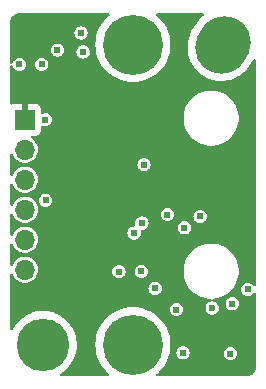
<source format=gbr>
%TF.GenerationSoftware,KiCad,Pcbnew,8.0.4-8.0.4-0~ubuntu22.04.1*%
%TF.CreationDate,2024-08-25T23:22:22-07:00*%
%TF.ProjectId,mag-encoder,6d61672d-656e-4636-9f64-65722e6b6963,1*%
%TF.SameCoordinates,Original*%
%TF.FileFunction,Copper,L3,Inr*%
%TF.FilePolarity,Positive*%
%FSLAX46Y46*%
G04 Gerber Fmt 4.6, Leading zero omitted, Abs format (unit mm)*
G04 Created by KiCad (PCBNEW 8.0.4-8.0.4-0~ubuntu22.04.1) date 2024-08-25 23:22:22*
%MOMM*%
%LPD*%
G01*
G04 APERTURE LIST*
G04 Aperture macros list*
%AMHorizOval*
0 Thick line with rounded ends*
0 $1 width*
0 $2 $3 position (X,Y) of the first rounded end (center of the circle)*
0 $4 $5 position (X,Y) of the second rounded end (center of the circle)*
0 Add line between two ends*
20,1,$1,$2,$3,$4,$5,0*
0 Add two circle primitives to create the rounded ends*
1,1,$1,$2,$3*
1,1,$1,$4,$5*%
G04 Aperture macros list end*
%TA.AperFunction,ComponentPad*%
%ADD10HorizOval,4.445000X0.130820X0.217720X-0.130820X-0.217720X0*%
%TD*%
%TA.AperFunction,ComponentPad*%
%ADD11C,5.080000*%
%TD*%
%TA.AperFunction,ComponentPad*%
%ADD12C,4.445000*%
%TD*%
%TA.AperFunction,ComponentPad*%
%ADD13R,1.700000X1.700000*%
%TD*%
%TA.AperFunction,ComponentPad*%
%ADD14O,1.700000X1.700000*%
%TD*%
%TA.AperFunction,ViaPad*%
%ADD15C,0.609600*%
%TD*%
%TA.AperFunction,ViaPad*%
%ADD16C,0.600000*%
%TD*%
G04 APERTURE END LIST*
D10*
%TO.N,*%
%TO.C,H2*%
X238175800Y-110871000D03*
%TD*%
D11*
%TO.N,*%
%TO.C,H1*%
X230555800Y-110871000D03*
%TD*%
D12*
%TO.N,*%
%TO.C,H3*%
X222935800Y-136271000D03*
%TD*%
D13*
%TO.N,GND*%
%TO.C,J1*%
X221411800Y-117221000D03*
D14*
%TO.N,+3.3V*%
X221411800Y-119761000D03*
%TO.N,/CS*%
X221411800Y-122301000D03*
%TO.N,/MOSI*%
X221411800Y-124841000D03*
%TO.N,/MISO*%
X221411800Y-127381000D03*
%TO.N,/SCLK*%
X221411800Y-129921000D03*
%TD*%
D11*
%TO.N,*%
%TO.C,H4*%
X230555800Y-136271000D03*
%TD*%
D15*
%TO.N,+3.3V*%
X222834200Y-112547400D03*
X233464100Y-125260100D03*
X231317800Y-125984000D03*
X226339400Y-111480600D03*
X238960249Y-132807588D03*
%TO.N,GND*%
X226491800Y-117094000D03*
X232003600Y-122097800D03*
X225552000Y-115138200D03*
X235661200Y-136982200D03*
X233984800Y-121793000D03*
%TO.N,+5V*%
X224155000Y-111328200D03*
D16*
%TO.N,Net-(D4-A)*%
X237261400Y-133172200D03*
D15*
%TO.N,Net-(D2-A)*%
X234238376Y-133298776D03*
%TO.N,Net-(D3-A)*%
X232435400Y-131495800D03*
%TO.N,+5V_IN*%
X223139000Y-117221000D03*
X226161600Y-109880400D03*
%TO.N,Net-(D5-K)*%
X238810800Y-137033000D03*
%TO.N,/A*%
X223157754Y-124046954D03*
%TO.N,/B*%
X236245400Y-125412501D03*
%TO.N,/PWM*%
X234911727Y-126377562D03*
%TO.N,Net-(Q1-D)*%
X240284000Y-131597400D03*
%TO.N,Net-(Q1-G)*%
X220929200Y-112547400D03*
%TO.N,Net-(D2-K)*%
X229368646Y-130086100D03*
X231267000Y-130073400D03*
X234797600Y-136956800D03*
%TO.N,/MISO*%
X231495600Y-121031000D03*
X230657400Y-126822200D03*
%TD*%
%TA.AperFunction,Conductor*%
%TO.N,GND*%
G36*
X228516269Y-108224185D02*
G01*
X228562024Y-108276989D01*
X228571968Y-108346147D01*
X228542943Y-108409703D01*
X228531857Y-108420959D01*
X228306848Y-108622039D01*
X228069178Y-108887992D01*
X227862795Y-109178860D01*
X227862792Y-109178865D01*
X227690264Y-109491032D01*
X227553773Y-109820551D01*
X227455039Y-110163265D01*
X227455037Y-110163274D01*
X227395295Y-110514889D01*
X227395293Y-110514901D01*
X227375296Y-110871000D01*
X227395293Y-111227098D01*
X227395295Y-111227110D01*
X227455037Y-111578725D01*
X227455039Y-111578734D01*
X227541687Y-111879496D01*
X227553775Y-111921454D01*
X227587344Y-112002496D01*
X227690264Y-112250967D01*
X227862792Y-112563134D01*
X227862795Y-112563139D01*
X228069178Y-112854007D01*
X228069182Y-112854012D01*
X228306844Y-113119956D01*
X228572788Y-113357618D01*
X228572791Y-113357620D01*
X228572792Y-113357621D01*
X228863660Y-113564004D01*
X228863665Y-113564007D01*
X228863668Y-113564008D01*
X228863670Y-113564010D01*
X229175831Y-113736535D01*
X229505346Y-113873025D01*
X229848071Y-113971762D01*
X230199697Y-114031506D01*
X230555800Y-114051504D01*
X230911903Y-114031506D01*
X231263529Y-113971762D01*
X231606254Y-113873025D01*
X231935769Y-113736535D01*
X232247930Y-113564010D01*
X232247935Y-113564006D01*
X232247939Y-113564004D01*
X232400387Y-113455836D01*
X232538812Y-113357618D01*
X232804756Y-113119956D01*
X233042418Y-112854012D01*
X233248810Y-112563130D01*
X233421335Y-112250969D01*
X233557825Y-111921454D01*
X233656562Y-111578729D01*
X233716306Y-111227103D01*
X233736304Y-110871000D01*
X233716306Y-110514897D01*
X233656562Y-110163271D01*
X233557825Y-109820546D01*
X233421335Y-109491031D01*
X233248810Y-109178870D01*
X233248808Y-109178868D01*
X233248807Y-109178865D01*
X233248804Y-109178860D01*
X233042421Y-108887992D01*
X233042420Y-108887991D01*
X233042418Y-108887988D01*
X232804756Y-108622044D01*
X232804753Y-108622041D01*
X232804751Y-108622039D01*
X232579743Y-108420959D01*
X232542872Y-108361610D01*
X232543941Y-108291749D01*
X232582611Y-108233555D01*
X232646603Y-108205506D01*
X232662370Y-108204500D01*
X236438451Y-108204500D01*
X236505490Y-108224185D01*
X236551245Y-108276989D01*
X236561189Y-108346147D01*
X236532164Y-108409703D01*
X236517681Y-108423886D01*
X236357020Y-108557335D01*
X236357003Y-108557351D01*
X236134606Y-108788799D01*
X235939504Y-109043720D01*
X235939501Y-109043724D01*
X235512532Y-109754316D01*
X235379050Y-110046246D01*
X235279093Y-110351297D01*
X235213921Y-110665598D01*
X235213920Y-110665609D01*
X235197818Y-110839653D01*
X235184347Y-110985252D01*
X235184346Y-110985264D01*
X235190749Y-111306177D01*
X235190749Y-111306182D01*
X235233043Y-111624382D01*
X235233044Y-111624387D01*
X235233045Y-111624392D01*
X235307110Y-111921454D01*
X235310704Y-111935869D01*
X235422741Y-112236666D01*
X235422748Y-112236684D01*
X235567765Y-112523061D01*
X235567770Y-112523070D01*
X235743934Y-112791397D01*
X235949042Y-113038327D01*
X235949051Y-113038336D01*
X236180499Y-113260733D01*
X236435419Y-113455836D01*
X236710573Y-113621166D01*
X236841481Y-113681022D01*
X237002506Y-113754649D01*
X237079768Y-113779965D01*
X237307551Y-113854605D01*
X237396385Y-113873025D01*
X237621858Y-113919778D01*
X237621860Y-113919778D01*
X237621869Y-113919780D01*
X237941508Y-113949353D01*
X237941520Y-113949352D01*
X237941524Y-113949353D01*
X238139008Y-113945412D01*
X238262447Y-113942950D01*
X238580652Y-113900655D01*
X238892121Y-113822998D01*
X239192936Y-113710955D01*
X239479316Y-113565938D01*
X239482258Y-113564007D01*
X239522421Y-113537637D01*
X239747657Y-113389766D01*
X239994587Y-113184658D01*
X240137482Y-113035947D01*
X240216993Y-112953200D01*
X240216995Y-112953196D01*
X240216999Y-112953193D01*
X240412096Y-112698281D01*
X240739011Y-112154205D01*
X240790412Y-112106880D01*
X240859240Y-112094857D01*
X240923641Y-112121953D01*
X240963170Y-112179566D01*
X240969300Y-112218071D01*
X240969300Y-131206458D01*
X240949615Y-131273497D01*
X240896811Y-131319252D01*
X240827653Y-131329196D01*
X240764097Y-131300171D01*
X240746925Y-131281945D01*
X240712630Y-131237251D01*
X240682897Y-131198503D01*
X240566063Y-131108853D01*
X240566059Y-131108851D01*
X240430007Y-131052496D01*
X240430005Y-131052495D01*
X240284001Y-131033274D01*
X240283999Y-131033274D01*
X240137994Y-131052495D01*
X240137992Y-131052496D01*
X240001940Y-131108851D01*
X240001937Y-131108852D01*
X240001937Y-131108853D01*
X239885103Y-131198503D01*
X239807091Y-131300171D01*
X239795451Y-131315340D01*
X239739096Y-131451392D01*
X239739095Y-131451394D01*
X239719874Y-131597398D01*
X239719874Y-131597401D01*
X239739095Y-131743405D01*
X239739096Y-131743407D01*
X239792217Y-131871652D01*
X239795453Y-131879463D01*
X239885103Y-131996297D01*
X240001937Y-132085947D01*
X240137993Y-132142304D01*
X240197491Y-132150137D01*
X240283999Y-132161526D01*
X240284000Y-132161526D01*
X240284001Y-132161526D01*
X240332669Y-132155118D01*
X240430007Y-132142304D01*
X240566063Y-132085947D01*
X240682897Y-131996297D01*
X240746924Y-131912854D01*
X240803352Y-131871652D01*
X240873098Y-131867497D01*
X240934018Y-131901709D01*
X240966771Y-131963427D01*
X240969300Y-131988341D01*
X240969300Y-138169907D01*
X240968703Y-138182061D01*
X240955865Y-138312404D01*
X240951122Y-138336246D01*
X240914876Y-138455730D01*
X240905575Y-138478186D01*
X240846722Y-138588294D01*
X240833216Y-138608507D01*
X240754009Y-138705021D01*
X240736821Y-138722209D01*
X240640307Y-138801416D01*
X240620094Y-138814922D01*
X240509986Y-138873775D01*
X240487530Y-138883076D01*
X240368046Y-138919322D01*
X240344204Y-138924065D01*
X240213861Y-138936903D01*
X240201707Y-138937500D01*
X232662370Y-138937500D01*
X232595331Y-138917815D01*
X232549576Y-138865011D01*
X232539632Y-138795853D01*
X232568657Y-138732297D01*
X232579743Y-138721041D01*
X232765527Y-138555013D01*
X232804756Y-138519956D01*
X233042418Y-138254012D01*
X233248810Y-137963130D01*
X233421335Y-137650969D01*
X233557825Y-137321454D01*
X233656562Y-136978729D01*
X233660288Y-136956798D01*
X234233474Y-136956798D01*
X234233474Y-136956801D01*
X234252695Y-137102805D01*
X234252696Y-137102807D01*
X234284258Y-137179005D01*
X234309053Y-137238863D01*
X234398703Y-137355697D01*
X234515537Y-137445347D01*
X234651593Y-137501704D01*
X234724596Y-137511315D01*
X234797599Y-137520926D01*
X234797600Y-137520926D01*
X234797601Y-137520926D01*
X234846269Y-137514518D01*
X234943607Y-137501704D01*
X235079663Y-137445347D01*
X235196497Y-137355697D01*
X235286147Y-137238863D01*
X235342504Y-137102807D01*
X235351694Y-137032998D01*
X238246674Y-137032998D01*
X238246674Y-137033001D01*
X238265895Y-137179005D01*
X238265896Y-137179007D01*
X238290689Y-137238863D01*
X238322253Y-137315063D01*
X238411903Y-137431897D01*
X238528737Y-137521547D01*
X238664793Y-137577904D01*
X238737796Y-137587515D01*
X238810799Y-137597126D01*
X238810800Y-137597126D01*
X238810801Y-137597126D01*
X238859469Y-137590718D01*
X238956807Y-137577904D01*
X239092863Y-137521547D01*
X239209697Y-137431897D01*
X239299347Y-137315063D01*
X239355704Y-137179007D01*
X239374926Y-137033000D01*
X239355704Y-136886993D01*
X239299347Y-136750937D01*
X239209697Y-136634103D01*
X239092863Y-136544453D01*
X239092859Y-136544451D01*
X238956807Y-136488096D01*
X238956805Y-136488095D01*
X238810801Y-136468874D01*
X238810799Y-136468874D01*
X238664794Y-136488095D01*
X238664792Y-136488096D01*
X238528740Y-136544451D01*
X238411903Y-136634103D01*
X238322251Y-136750940D01*
X238265896Y-136886992D01*
X238265895Y-136886994D01*
X238246674Y-137032998D01*
X235351694Y-137032998D01*
X235361726Y-136956800D01*
X235342504Y-136810793D01*
X235286147Y-136674737D01*
X235196497Y-136557903D01*
X235079663Y-136468253D01*
X235079659Y-136468251D01*
X234943607Y-136411896D01*
X234943605Y-136411895D01*
X234797601Y-136392674D01*
X234797599Y-136392674D01*
X234651594Y-136411895D01*
X234651592Y-136411896D01*
X234515540Y-136468251D01*
X234515537Y-136468252D01*
X234515537Y-136468253D01*
X234489677Y-136488096D01*
X234398703Y-136557903D01*
X234309051Y-136674740D01*
X234252696Y-136810792D01*
X234252695Y-136810794D01*
X234233474Y-136956798D01*
X233660288Y-136956798D01*
X233716306Y-136627103D01*
X233736304Y-136271000D01*
X233716306Y-135914897D01*
X233656562Y-135563271D01*
X233557825Y-135220546D01*
X233421335Y-134891031D01*
X233248810Y-134578870D01*
X233248808Y-134578868D01*
X233248807Y-134578865D01*
X233248804Y-134578860D01*
X233042421Y-134287992D01*
X233042420Y-134287991D01*
X233042418Y-134287988D01*
X232804756Y-134022044D01*
X232538812Y-133784382D01*
X232538809Y-133784380D01*
X232538807Y-133784378D01*
X232247939Y-133577995D01*
X232247934Y-133577992D01*
X232006906Y-133444781D01*
X231935769Y-133405465D01*
X231678195Y-133298774D01*
X233674250Y-133298774D01*
X233674250Y-133298777D01*
X233693471Y-133444781D01*
X233693472Y-133444783D01*
X233748649Y-133577992D01*
X233749829Y-133580839D01*
X233839479Y-133697673D01*
X233956313Y-133787323D01*
X234092369Y-133843680D01*
X234165372Y-133853291D01*
X234238375Y-133862902D01*
X234238376Y-133862902D01*
X234238377Y-133862902D01*
X234287045Y-133856494D01*
X234384383Y-133843680D01*
X234520439Y-133787323D01*
X234637273Y-133697673D01*
X234726923Y-133580839D01*
X234783280Y-133444783D01*
X234796094Y-133347445D01*
X234802502Y-133298777D01*
X234802502Y-133298774D01*
X234783280Y-133152770D01*
X234783280Y-133152769D01*
X234726923Y-133016713D01*
X234637273Y-132899879D01*
X234520439Y-132810229D01*
X234520435Y-132810227D01*
X234384383Y-132753872D01*
X234384381Y-132753871D01*
X234238377Y-132734650D01*
X234238375Y-132734650D01*
X234092370Y-132753871D01*
X234092368Y-132753872D01*
X233956316Y-132810227D01*
X233839479Y-132899879D01*
X233749827Y-133016716D01*
X233693472Y-133152768D01*
X233693471Y-133152770D01*
X233674250Y-133298774D01*
X231678195Y-133298774D01*
X231606254Y-133268975D01*
X231606250Y-133268973D01*
X231606248Y-133268973D01*
X231263534Y-133170239D01*
X231263525Y-133170237D01*
X230911910Y-133110495D01*
X230911898Y-133110493D01*
X230555800Y-133090496D01*
X230199701Y-133110493D01*
X230199689Y-133110495D01*
X229848074Y-133170237D01*
X229848065Y-133170239D01*
X229505351Y-133268973D01*
X229175832Y-133405464D01*
X228863665Y-133577992D01*
X228863660Y-133577995D01*
X228572792Y-133784378D01*
X228306844Y-134022044D01*
X228069178Y-134287992D01*
X227862795Y-134578860D01*
X227862792Y-134578865D01*
X227690264Y-134891032D01*
X227553773Y-135220551D01*
X227455039Y-135563265D01*
X227455037Y-135563274D01*
X227395295Y-135914889D01*
X227395293Y-135914901D01*
X227375296Y-136271000D01*
X227395293Y-136627098D01*
X227395295Y-136627110D01*
X227455037Y-136978725D01*
X227455039Y-136978734D01*
X227551934Y-137315063D01*
X227553775Y-137321454D01*
X227636657Y-137521548D01*
X227690264Y-137650967D01*
X227862792Y-137963134D01*
X227862795Y-137963139D01*
X228069178Y-138254007D01*
X228069182Y-138254012D01*
X228259889Y-138467413D01*
X228306848Y-138519960D01*
X228531857Y-138721041D01*
X228568728Y-138780390D01*
X228567659Y-138850251D01*
X228528989Y-138908445D01*
X228464997Y-138936494D01*
X228449230Y-138937500D01*
X224496780Y-138937500D01*
X224429741Y-138917815D01*
X224383986Y-138865011D01*
X224374042Y-138795853D01*
X224403067Y-138732297D01*
X224428641Y-138709900D01*
X224645363Y-138567358D01*
X224645371Y-138567353D01*
X224900402Y-138353357D01*
X225128865Y-138111200D01*
X225327670Y-137844158D01*
X225494130Y-137555842D01*
X225625992Y-137250150D01*
X225721475Y-136931217D01*
X225779285Y-136603356D01*
X225798643Y-136271000D01*
X225779285Y-135938644D01*
X225775096Y-135914889D01*
X225721478Y-135610800D01*
X225721477Y-135610799D01*
X225721475Y-135610783D01*
X225625992Y-135291850D01*
X225494130Y-134986158D01*
X225327670Y-134697842D01*
X225239099Y-134578870D01*
X225128868Y-134430803D01*
X225128863Y-134430797D01*
X224994129Y-134287988D01*
X224900402Y-134188643D01*
X224645371Y-133974647D01*
X224645367Y-133974644D01*
X224645363Y-133974641D01*
X224367225Y-133791706D01*
X224069721Y-133642294D01*
X224069720Y-133642293D01*
X223756870Y-133528425D01*
X223578888Y-133486243D01*
X223432927Y-133451650D01*
X223102260Y-133413000D01*
X222769340Y-133413000D01*
X222438673Y-133451650D01*
X222114729Y-133528425D01*
X221801879Y-133642293D01*
X221801878Y-133642294D01*
X221504374Y-133791706D01*
X221226236Y-133974641D01*
X220971196Y-134188644D01*
X220971196Y-134188645D01*
X220742736Y-134430797D01*
X220742731Y-134430803D01*
X220543930Y-134697840D01*
X220377466Y-134986164D01*
X220377102Y-134986890D01*
X220376959Y-134987042D01*
X220375666Y-134989283D01*
X220375147Y-134988983D01*
X220329416Y-135037957D01*
X220261691Y-135055136D01*
X220195430Y-135032974D01*
X220151669Y-134978506D01*
X220142300Y-134931222D01*
X220142300Y-131495798D01*
X231871274Y-131495798D01*
X231871274Y-131495801D01*
X231890495Y-131641805D01*
X231890496Y-131641807D01*
X231932580Y-131743407D01*
X231946853Y-131777863D01*
X232036503Y-131894697D01*
X232153337Y-131984347D01*
X232289393Y-132040704D01*
X232362396Y-132050315D01*
X232435399Y-132059926D01*
X232435400Y-132059926D01*
X232435401Y-132059926D01*
X232484069Y-132053518D01*
X232581407Y-132040704D01*
X232717463Y-131984347D01*
X232834297Y-131894697D01*
X232923947Y-131777863D01*
X232980304Y-131641807D01*
X232999526Y-131495800D01*
X232980304Y-131349793D01*
X232923947Y-131213737D01*
X232834297Y-131096903D01*
X232717463Y-131007253D01*
X232717459Y-131007251D01*
X232581407Y-130950896D01*
X232581405Y-130950895D01*
X232435401Y-130931674D01*
X232435399Y-130931674D01*
X232289394Y-130950895D01*
X232289392Y-130950896D01*
X232153340Y-131007251D01*
X232153337Y-131007252D01*
X232153337Y-131007253D01*
X232036503Y-131096903D01*
X231952439Y-131206458D01*
X231946851Y-131213740D01*
X231890496Y-131349792D01*
X231890495Y-131349794D01*
X231871274Y-131495798D01*
X220142300Y-131495798D01*
X220142300Y-130376628D01*
X220161985Y-130309589D01*
X220214789Y-130263834D01*
X220283947Y-130253890D01*
X220347503Y-130282915D01*
X220377300Y-130321356D01*
X220468712Y-130504935D01*
X220592069Y-130668287D01*
X220743337Y-130806185D01*
X220743339Y-130806187D01*
X220917369Y-130913942D01*
X220917375Y-130913945D01*
X220957810Y-130929609D01*
X221108244Y-130987888D01*
X221309453Y-131025500D01*
X221309456Y-131025500D01*
X221514144Y-131025500D01*
X221514147Y-131025500D01*
X221715356Y-130987888D01*
X221906227Y-130913944D01*
X222080262Y-130806186D01*
X222231532Y-130668285D01*
X222354888Y-130504935D01*
X222446128Y-130321701D01*
X222502145Y-130124821D01*
X222505733Y-130086098D01*
X228804520Y-130086098D01*
X228804520Y-130086101D01*
X228823741Y-130232105D01*
X228823742Y-130232107D01*
X228874836Y-130355459D01*
X228880099Y-130368163D01*
X228969749Y-130484997D01*
X229086583Y-130574647D01*
X229222639Y-130631004D01*
X229272179Y-130637526D01*
X229368645Y-130650226D01*
X229368646Y-130650226D01*
X229368647Y-130650226D01*
X229417315Y-130643818D01*
X229514653Y-130631004D01*
X229650709Y-130574647D01*
X229767543Y-130484997D01*
X229857193Y-130368163D01*
X229913550Y-130232107D01*
X229932772Y-130086100D01*
X229931100Y-130073398D01*
X230702874Y-130073398D01*
X230702874Y-130073401D01*
X230722095Y-130219405D01*
X230722096Y-130219407D01*
X230740498Y-130263834D01*
X230778453Y-130355463D01*
X230868103Y-130472297D01*
X230984937Y-130561947D01*
X231120993Y-130618304D01*
X231193996Y-130627915D01*
X231266999Y-130637526D01*
X231267000Y-130637526D01*
X231267001Y-130637526D01*
X231316548Y-130631003D01*
X231413007Y-130618304D01*
X231549063Y-130561947D01*
X231665897Y-130472297D01*
X231755547Y-130355463D01*
X231811904Y-130219407D01*
X231831126Y-130073400D01*
X231811904Y-129927393D01*
X231799699Y-129897929D01*
X234842300Y-129897929D01*
X234842300Y-130204070D01*
X234842301Y-130204086D01*
X234882260Y-130507607D01*
X234961502Y-130803340D01*
X235078654Y-131086173D01*
X235078662Y-131086189D01*
X235231731Y-131351310D01*
X235231742Y-131351326D01*
X235418109Y-131594204D01*
X235418115Y-131594211D01*
X235634588Y-131810684D01*
X235634595Y-131810690D01*
X235724222Y-131879463D01*
X235877482Y-131997064D01*
X235877489Y-131997068D01*
X236142610Y-132150137D01*
X236142626Y-132150145D01*
X236425459Y-132267297D01*
X236425461Y-132267297D01*
X236425467Y-132267300D01*
X236721189Y-132346539D01*
X237024723Y-132386500D01*
X237024730Y-132386500D01*
X237090888Y-132386500D01*
X237157927Y-132406185D01*
X237203682Y-132458989D01*
X237213626Y-132528147D01*
X237184601Y-132591703D01*
X237125823Y-132629477D01*
X237122981Y-132630275D01*
X237116645Y-132631972D01*
X236981761Y-132687843D01*
X236865926Y-132776726D01*
X236777043Y-132892561D01*
X236721172Y-133027445D01*
X236721171Y-133027447D01*
X236702115Y-133172198D01*
X236702115Y-133172201D01*
X236721171Y-133316952D01*
X236721173Y-133316957D01*
X236777042Y-133451838D01*
X236777045Y-133451844D01*
X236865925Y-133567673D01*
X236865926Y-133567674D01*
X236981755Y-133656554D01*
X236981761Y-133656557D01*
X237049201Y-133684491D01*
X237116646Y-133712428D01*
X237189023Y-133721956D01*
X237261399Y-133731485D01*
X237261400Y-133731485D01*
X237261401Y-133731485D01*
X237309651Y-133725132D01*
X237406154Y-133712428D01*
X237541043Y-133656555D01*
X237656874Y-133567674D01*
X237745755Y-133451843D01*
X237801628Y-133316954D01*
X237816171Y-133206485D01*
X237820685Y-133172201D01*
X237820685Y-133172198D01*
X237801628Y-133027447D01*
X237801628Y-133027446D01*
X237745755Y-132892558D01*
X237680554Y-132807586D01*
X238396123Y-132807586D01*
X238396123Y-132807589D01*
X238415344Y-132953593D01*
X238415345Y-132953595D01*
X238471702Y-133089651D01*
X238561352Y-133206485D01*
X238678186Y-133296135D01*
X238814242Y-133352492D01*
X238887245Y-133362103D01*
X238960248Y-133371714D01*
X238960249Y-133371714D01*
X238960250Y-133371714D01*
X239008918Y-133365306D01*
X239106256Y-133352492D01*
X239242312Y-133296135D01*
X239359146Y-133206485D01*
X239448796Y-133089651D01*
X239505153Y-132953595D01*
X239524375Y-132807588D01*
X239505153Y-132661581D01*
X239448796Y-132525525D01*
X239359146Y-132408691D01*
X239242312Y-132319041D01*
X239242308Y-132319039D01*
X239106256Y-132262684D01*
X239106254Y-132262683D01*
X238960250Y-132243462D01*
X238960248Y-132243462D01*
X238814243Y-132262683D01*
X238814241Y-132262684D01*
X238678189Y-132319039D01*
X238678186Y-132319040D01*
X238678186Y-132319041D01*
X238590272Y-132386500D01*
X238561352Y-132408691D01*
X238471700Y-132525528D01*
X238415345Y-132661580D01*
X238415344Y-132661582D01*
X238396123Y-132807586D01*
X237680554Y-132807586D01*
X237656874Y-132776726D01*
X237541043Y-132687845D01*
X237541040Y-132687844D01*
X237541038Y-132687842D01*
X237406157Y-132631973D01*
X237406154Y-132631972D01*
X237370054Y-132627219D01*
X237306158Y-132598951D01*
X237267688Y-132540626D01*
X237266858Y-132470761D01*
X237303932Y-132411538D01*
X237367138Y-132381760D01*
X237369984Y-132381351D01*
X237634411Y-132346539D01*
X237930133Y-132267300D01*
X238006441Y-132235692D01*
X238212973Y-132150145D01*
X238212976Y-132150143D01*
X238212982Y-132150141D01*
X238478118Y-131997064D01*
X238721006Y-131810689D01*
X238937489Y-131594206D01*
X239123864Y-131351318D01*
X239276941Y-131086182D01*
X239317656Y-130987888D01*
X239394097Y-130803340D01*
X239394096Y-130803340D01*
X239394100Y-130803333D01*
X239473339Y-130507611D01*
X239513300Y-130204077D01*
X239513300Y-129897923D01*
X239473339Y-129594389D01*
X239394100Y-129298667D01*
X239342344Y-129173715D01*
X239276945Y-129015826D01*
X239276937Y-129015810D01*
X239123868Y-128750689D01*
X239123864Y-128750682D01*
X238937489Y-128507794D01*
X238937484Y-128507788D01*
X238721011Y-128291315D01*
X238721004Y-128291309D01*
X238478126Y-128104942D01*
X238478124Y-128104940D01*
X238478118Y-128104936D01*
X238478113Y-128104933D01*
X238478110Y-128104931D01*
X238212989Y-127951862D01*
X238212973Y-127951854D01*
X237930140Y-127834702D01*
X237732350Y-127781704D01*
X237634411Y-127755461D01*
X237634410Y-127755460D01*
X237634407Y-127755460D01*
X237330886Y-127715501D01*
X237330883Y-127715500D01*
X237330877Y-127715500D01*
X237024723Y-127715500D01*
X237024717Y-127715500D01*
X237024713Y-127715501D01*
X236721192Y-127755460D01*
X236425459Y-127834702D01*
X236142626Y-127951854D01*
X236142610Y-127951862D01*
X235877489Y-128104931D01*
X235877473Y-128104942D01*
X235634595Y-128291309D01*
X235634588Y-128291315D01*
X235418115Y-128507788D01*
X235418109Y-128507795D01*
X235231742Y-128750673D01*
X235231731Y-128750689D01*
X235078662Y-129015810D01*
X235078654Y-129015826D01*
X234961502Y-129298659D01*
X234882260Y-129594392D01*
X234842301Y-129897913D01*
X234842300Y-129897929D01*
X231799699Y-129897929D01*
X231755547Y-129791337D01*
X231665897Y-129674503D01*
X231549063Y-129584853D01*
X231549059Y-129584851D01*
X231413007Y-129528496D01*
X231413005Y-129528495D01*
X231267001Y-129509274D01*
X231266999Y-129509274D01*
X231120994Y-129528495D01*
X231120992Y-129528496D01*
X230984940Y-129584851D01*
X230984937Y-129584852D01*
X230984937Y-129584853D01*
X230868103Y-129674503D01*
X230835354Y-129717183D01*
X230778451Y-129791340D01*
X230722096Y-129927392D01*
X230722095Y-129927394D01*
X230702874Y-130073398D01*
X229931100Y-130073398D01*
X229913550Y-129940093D01*
X229857193Y-129804037D01*
X229767543Y-129687203D01*
X229650709Y-129597553D01*
X229650705Y-129597551D01*
X229514653Y-129541196D01*
X229514651Y-129541195D01*
X229368647Y-129521974D01*
X229368645Y-129521974D01*
X229222640Y-129541195D01*
X229222638Y-129541196D01*
X229086586Y-129597551D01*
X228969749Y-129687203D01*
X228880097Y-129804040D01*
X228823742Y-129940092D01*
X228823741Y-129940094D01*
X228804520Y-130086098D01*
X222505733Y-130086098D01*
X222521032Y-129921000D01*
X222502145Y-129717179D01*
X222446128Y-129520299D01*
X222354888Y-129337065D01*
X222231532Y-129173715D01*
X222231530Y-129173712D01*
X222080262Y-129035814D01*
X222080260Y-129035812D01*
X221906230Y-128928057D01*
X221906224Y-128928054D01*
X221755793Y-128869777D01*
X221715356Y-128854112D01*
X221514147Y-128816500D01*
X221309453Y-128816500D01*
X221108244Y-128854112D01*
X221108241Y-128854112D01*
X221108241Y-128854113D01*
X220917375Y-128928054D01*
X220917369Y-128928057D01*
X220743339Y-129035812D01*
X220743337Y-129035814D01*
X220592069Y-129173712D01*
X220468712Y-129337064D01*
X220377300Y-129520643D01*
X220329797Y-129571880D01*
X220262134Y-129589301D01*
X220195794Y-129567375D01*
X220151839Y-129513064D01*
X220142300Y-129465371D01*
X220142300Y-127836628D01*
X220161985Y-127769589D01*
X220214789Y-127723834D01*
X220283947Y-127713890D01*
X220347503Y-127742915D01*
X220377300Y-127781356D01*
X220468712Y-127964935D01*
X220592069Y-128128287D01*
X220743337Y-128266185D01*
X220743339Y-128266187D01*
X220917369Y-128373942D01*
X220917375Y-128373945D01*
X220957810Y-128389609D01*
X221108244Y-128447888D01*
X221309453Y-128485500D01*
X221309456Y-128485500D01*
X221514144Y-128485500D01*
X221514147Y-128485500D01*
X221715356Y-128447888D01*
X221906227Y-128373944D01*
X222080262Y-128266186D01*
X222231532Y-128128285D01*
X222354888Y-127964935D01*
X222446128Y-127781701D01*
X222502145Y-127584821D01*
X222521032Y-127381000D01*
X222502145Y-127177179D01*
X222446128Y-126980299D01*
X222367403Y-126822198D01*
X230093274Y-126822198D01*
X230093274Y-126822201D01*
X230112495Y-126968205D01*
X230112496Y-126968207D01*
X230146086Y-127049301D01*
X230168853Y-127104263D01*
X230258503Y-127221097D01*
X230375337Y-127310747D01*
X230511393Y-127367104D01*
X230584396Y-127376715D01*
X230657399Y-127386326D01*
X230657400Y-127386326D01*
X230657401Y-127386326D01*
X230706069Y-127379918D01*
X230803407Y-127367104D01*
X230939463Y-127310747D01*
X231056297Y-127221097D01*
X231145947Y-127104263D01*
X231202304Y-126968207D01*
X231221526Y-126822200D01*
X231203883Y-126688190D01*
X231214648Y-126619159D01*
X231261028Y-126566903D01*
X231310637Y-126549069D01*
X231317800Y-126548126D01*
X231463807Y-126528904D01*
X231599863Y-126472547D01*
X231716697Y-126382897D01*
X231720792Y-126377560D01*
X234347601Y-126377560D01*
X234347601Y-126377563D01*
X234366822Y-126523567D01*
X234366823Y-126523569D01*
X234412447Y-126633715D01*
X234423180Y-126659625D01*
X234512830Y-126776459D01*
X234629664Y-126866109D01*
X234765720Y-126922466D01*
X234838723Y-126932077D01*
X234911726Y-126941688D01*
X234911727Y-126941688D01*
X234911728Y-126941688D01*
X234960396Y-126935280D01*
X235057734Y-126922466D01*
X235193790Y-126866109D01*
X235310624Y-126776459D01*
X235400274Y-126659625D01*
X235456631Y-126523569D01*
X235474471Y-126388057D01*
X235475853Y-126377563D01*
X235475853Y-126377560D01*
X235456631Y-126231556D01*
X235456631Y-126231555D01*
X235400274Y-126095499D01*
X235310624Y-125978665D01*
X235193790Y-125889015D01*
X235193786Y-125889013D01*
X235057734Y-125832658D01*
X235057732Y-125832657D01*
X234911728Y-125813436D01*
X234911726Y-125813436D01*
X234765721Y-125832657D01*
X234765719Y-125832658D01*
X234629667Y-125889013D01*
X234629664Y-125889014D01*
X234629664Y-125889015D01*
X234540538Y-125957404D01*
X234512830Y-125978665D01*
X234423178Y-126095502D01*
X234366823Y-126231554D01*
X234366822Y-126231556D01*
X234347601Y-126377560D01*
X231720792Y-126377560D01*
X231806347Y-126266063D01*
X231862704Y-126130007D01*
X231881926Y-125984000D01*
X231880955Y-125976627D01*
X231862704Y-125837994D01*
X231862704Y-125837993D01*
X231806347Y-125701937D01*
X231716697Y-125585103D01*
X231599863Y-125495453D01*
X231599859Y-125495451D01*
X231463807Y-125439096D01*
X231463805Y-125439095D01*
X231317801Y-125419874D01*
X231317799Y-125419874D01*
X231171794Y-125439095D01*
X231171792Y-125439096D01*
X231035740Y-125495451D01*
X231035737Y-125495452D01*
X231035737Y-125495453D01*
X230953565Y-125558506D01*
X230918903Y-125585103D01*
X230829251Y-125701940D01*
X230772896Y-125837992D01*
X230772895Y-125837994D01*
X230753674Y-125983998D01*
X230753674Y-125984001D01*
X230771316Y-126118006D01*
X230760550Y-126187041D01*
X230714170Y-126239297D01*
X230664563Y-126257130D01*
X230529496Y-126274912D01*
X230511393Y-126277296D01*
X230511392Y-126277296D01*
X230375340Y-126333651D01*
X230375337Y-126333652D01*
X230375337Y-126333653D01*
X230258503Y-126423303D01*
X230177473Y-126528904D01*
X230168851Y-126540140D01*
X230112496Y-126676192D01*
X230112495Y-126676194D01*
X230093274Y-126822198D01*
X222367403Y-126822198D01*
X222354888Y-126797065D01*
X222231532Y-126633715D01*
X222231530Y-126633712D01*
X222080262Y-126495814D01*
X222080260Y-126495812D01*
X221906230Y-126388057D01*
X221906224Y-126388054D01*
X221755793Y-126329777D01*
X221715356Y-126314112D01*
X221514147Y-126276500D01*
X221309453Y-126276500D01*
X221108244Y-126314112D01*
X221108241Y-126314112D01*
X221108241Y-126314113D01*
X220917375Y-126388054D01*
X220917369Y-126388057D01*
X220743339Y-126495812D01*
X220743337Y-126495814D01*
X220592069Y-126633712D01*
X220468712Y-126797064D01*
X220377300Y-126980643D01*
X220329797Y-127031880D01*
X220262134Y-127049301D01*
X220195794Y-127027375D01*
X220151839Y-126973064D01*
X220142300Y-126925371D01*
X220142300Y-125296628D01*
X220161985Y-125229589D01*
X220214789Y-125183834D01*
X220283947Y-125173890D01*
X220347503Y-125202915D01*
X220377300Y-125241356D01*
X220468712Y-125424935D01*
X220592069Y-125588287D01*
X220743337Y-125726185D01*
X220743339Y-125726187D01*
X220917369Y-125833942D01*
X220917375Y-125833945D01*
X220927827Y-125837994D01*
X221108244Y-125907888D01*
X221309453Y-125945500D01*
X221309456Y-125945500D01*
X221514144Y-125945500D01*
X221514147Y-125945500D01*
X221715356Y-125907888D01*
X221906227Y-125833944D01*
X222080262Y-125726186D01*
X222231532Y-125588285D01*
X222354888Y-125424935D01*
X222436967Y-125260098D01*
X232899974Y-125260098D01*
X232899974Y-125260101D01*
X232919195Y-125406105D01*
X232919196Y-125406107D01*
X232975553Y-125542163D01*
X233065203Y-125658997D01*
X233182037Y-125748647D01*
X233318093Y-125805004D01*
X233366653Y-125811397D01*
X233464099Y-125824226D01*
X233464100Y-125824226D01*
X233464101Y-125824226D01*
X233512769Y-125817818D01*
X233610107Y-125805004D01*
X233746163Y-125748647D01*
X233862997Y-125658997D01*
X233952647Y-125542163D01*
X234006356Y-125412499D01*
X235681274Y-125412499D01*
X235681274Y-125412502D01*
X235700495Y-125558506D01*
X235700496Y-125558508D01*
X235756853Y-125694564D01*
X235846503Y-125811398D01*
X235963337Y-125901048D01*
X236099393Y-125957405D01*
X236172396Y-125967016D01*
X236245399Y-125976627D01*
X236245400Y-125976627D01*
X236245401Y-125976627D01*
X236294069Y-125970219D01*
X236391407Y-125957405D01*
X236527463Y-125901048D01*
X236644297Y-125811398D01*
X236733947Y-125694564D01*
X236790304Y-125558508D01*
X236809526Y-125412501D01*
X236790304Y-125266494D01*
X236733947Y-125130438D01*
X236644297Y-125013604D01*
X236527463Y-124923954D01*
X236527459Y-124923952D01*
X236391407Y-124867597D01*
X236391405Y-124867596D01*
X236245401Y-124848375D01*
X236245399Y-124848375D01*
X236099394Y-124867596D01*
X236099392Y-124867597D01*
X235963340Y-124923952D01*
X235846503Y-125013604D01*
X235756851Y-125130441D01*
X235700496Y-125266493D01*
X235700495Y-125266495D01*
X235681274Y-125412499D01*
X234006356Y-125412499D01*
X234009004Y-125406107D01*
X234028226Y-125260100D01*
X234025758Y-125241356D01*
X234009004Y-125114094D01*
X234009004Y-125114093D01*
X233952647Y-124978037D01*
X233862997Y-124861203D01*
X233746163Y-124771553D01*
X233746159Y-124771551D01*
X233610107Y-124715196D01*
X233610105Y-124715195D01*
X233464101Y-124695974D01*
X233464099Y-124695974D01*
X233318094Y-124715195D01*
X233318092Y-124715196D01*
X233182040Y-124771551D01*
X233182037Y-124771552D01*
X233182037Y-124771553D01*
X233065203Y-124861203D01*
X233017053Y-124923954D01*
X232975551Y-124978040D01*
X232919196Y-125114092D01*
X232919195Y-125114094D01*
X232899974Y-125260098D01*
X222436967Y-125260098D01*
X222446128Y-125241701D01*
X222502145Y-125044821D01*
X222521032Y-124841000D01*
X222502145Y-124637179D01*
X222446128Y-124440299D01*
X222354888Y-124257065D01*
X222231532Y-124093715D01*
X222231530Y-124093712D01*
X222180236Y-124046952D01*
X222593628Y-124046952D01*
X222593628Y-124046955D01*
X222612849Y-124192959D01*
X222612850Y-124192961D01*
X222669207Y-124329017D01*
X222758857Y-124445851D01*
X222875691Y-124535501D01*
X223011747Y-124591858D01*
X223084750Y-124601469D01*
X223157753Y-124611080D01*
X223157754Y-124611080D01*
X223157755Y-124611080D01*
X223206423Y-124604672D01*
X223303761Y-124591858D01*
X223439817Y-124535501D01*
X223556651Y-124445851D01*
X223646301Y-124329017D01*
X223702658Y-124192961D01*
X223721880Y-124046954D01*
X223702658Y-123900947D01*
X223646301Y-123764891D01*
X223556651Y-123648057D01*
X223439817Y-123558407D01*
X223439813Y-123558405D01*
X223303761Y-123502050D01*
X223303759Y-123502049D01*
X223157755Y-123482828D01*
X223157753Y-123482828D01*
X223011748Y-123502049D01*
X223011746Y-123502050D01*
X222875694Y-123558405D01*
X222758857Y-123648057D01*
X222669205Y-123764894D01*
X222612850Y-123900946D01*
X222612849Y-123900948D01*
X222593628Y-124046952D01*
X222180236Y-124046952D01*
X222080262Y-123955814D01*
X222080260Y-123955812D01*
X221906230Y-123848057D01*
X221906224Y-123848054D01*
X221755793Y-123789777D01*
X221715356Y-123774112D01*
X221514147Y-123736500D01*
X221309453Y-123736500D01*
X221108244Y-123774112D01*
X221108241Y-123774112D01*
X221108241Y-123774113D01*
X220917375Y-123848054D01*
X220917369Y-123848057D01*
X220743339Y-123955812D01*
X220743337Y-123955814D01*
X220592069Y-124093712D01*
X220468712Y-124257064D01*
X220377300Y-124440643D01*
X220329797Y-124491880D01*
X220262134Y-124509301D01*
X220195794Y-124487375D01*
X220151839Y-124433064D01*
X220142300Y-124385371D01*
X220142300Y-122756628D01*
X220161985Y-122689589D01*
X220214789Y-122643834D01*
X220283947Y-122633890D01*
X220347503Y-122662915D01*
X220377300Y-122701356D01*
X220468712Y-122884935D01*
X220592069Y-123048287D01*
X220743337Y-123186185D01*
X220743339Y-123186187D01*
X220917369Y-123293942D01*
X220917375Y-123293945D01*
X220957810Y-123309609D01*
X221108244Y-123367888D01*
X221309453Y-123405500D01*
X221309456Y-123405500D01*
X221514144Y-123405500D01*
X221514147Y-123405500D01*
X221715356Y-123367888D01*
X221906227Y-123293944D01*
X222080262Y-123186186D01*
X222231532Y-123048285D01*
X222354888Y-122884935D01*
X222446128Y-122701701D01*
X222502145Y-122504821D01*
X222521032Y-122301000D01*
X222502145Y-122097179D01*
X222446128Y-121900299D01*
X222354888Y-121717065D01*
X222262804Y-121595126D01*
X222231530Y-121553712D01*
X222080262Y-121415814D01*
X222080260Y-121415812D01*
X221906230Y-121308057D01*
X221906224Y-121308054D01*
X221755793Y-121249777D01*
X221715356Y-121234112D01*
X221514147Y-121196500D01*
X221309453Y-121196500D01*
X221108244Y-121234112D01*
X221108241Y-121234112D01*
X221108241Y-121234113D01*
X220917375Y-121308054D01*
X220917369Y-121308057D01*
X220743339Y-121415812D01*
X220743337Y-121415814D01*
X220592069Y-121553712D01*
X220468712Y-121717064D01*
X220377300Y-121900643D01*
X220329797Y-121951880D01*
X220262134Y-121969301D01*
X220195794Y-121947375D01*
X220151839Y-121893064D01*
X220142300Y-121845371D01*
X220142300Y-121030998D01*
X230931474Y-121030998D01*
X230931474Y-121031001D01*
X230950695Y-121177005D01*
X230950696Y-121177007D01*
X231007053Y-121313063D01*
X231096703Y-121429897D01*
X231213537Y-121519547D01*
X231349593Y-121575904D01*
X231422596Y-121585515D01*
X231495599Y-121595126D01*
X231495600Y-121595126D01*
X231495601Y-121595126D01*
X231544269Y-121588718D01*
X231641607Y-121575904D01*
X231777663Y-121519547D01*
X231894497Y-121429897D01*
X231984147Y-121313063D01*
X232040504Y-121177007D01*
X232059726Y-121031000D01*
X232040504Y-120884993D01*
X231984147Y-120748937D01*
X231894497Y-120632103D01*
X231777663Y-120542453D01*
X231777659Y-120542451D01*
X231641607Y-120486096D01*
X231641605Y-120486095D01*
X231495601Y-120466874D01*
X231495599Y-120466874D01*
X231349594Y-120486095D01*
X231349592Y-120486096D01*
X231213540Y-120542451D01*
X231213537Y-120542452D01*
X231213537Y-120542453D01*
X231096703Y-120632103D01*
X231085898Y-120646185D01*
X231007051Y-120748940D01*
X230950696Y-120884992D01*
X230950695Y-120884994D01*
X230931474Y-121030998D01*
X220142300Y-121030998D01*
X220142300Y-120216628D01*
X220161985Y-120149589D01*
X220214789Y-120103834D01*
X220283947Y-120093890D01*
X220347503Y-120122915D01*
X220377300Y-120161356D01*
X220468712Y-120344935D01*
X220592069Y-120508287D01*
X220743337Y-120646185D01*
X220743339Y-120646187D01*
X220917369Y-120753942D01*
X220917375Y-120753945D01*
X220957810Y-120769609D01*
X221108244Y-120827888D01*
X221309453Y-120865500D01*
X221309456Y-120865500D01*
X221514144Y-120865500D01*
X221514147Y-120865500D01*
X221715356Y-120827888D01*
X221906227Y-120753944D01*
X222080262Y-120646186D01*
X222231532Y-120508285D01*
X222354888Y-120344935D01*
X222446128Y-120161701D01*
X222502145Y-119964821D01*
X222521032Y-119761000D01*
X222502145Y-119557179D01*
X222446128Y-119360299D01*
X222354888Y-119177065D01*
X222295704Y-119098693D01*
X222231530Y-119013712D01*
X222080262Y-118875814D01*
X222080260Y-118875812D01*
X221958508Y-118800427D01*
X221911872Y-118748399D01*
X221900768Y-118679418D01*
X221928721Y-118615383D01*
X221986856Y-118576627D01*
X222023785Y-118571000D01*
X222309628Y-118571000D01*
X222309644Y-118570999D01*
X222369172Y-118564598D01*
X222369179Y-118564596D01*
X222503886Y-118514354D01*
X222503893Y-118514350D01*
X222618987Y-118428190D01*
X222618990Y-118428187D01*
X222705150Y-118313093D01*
X222705154Y-118313086D01*
X222755396Y-118178379D01*
X222755398Y-118178372D01*
X222761799Y-118118844D01*
X222761800Y-118118827D01*
X222761800Y-117855719D01*
X222781485Y-117788680D01*
X222834289Y-117742925D01*
X222903447Y-117732981D01*
X222933247Y-117741156D01*
X222992993Y-117765904D01*
X223065996Y-117775515D01*
X223138999Y-117785126D01*
X223139000Y-117785126D01*
X223139001Y-117785126D01*
X223187669Y-117778718D01*
X223285007Y-117765904D01*
X223421063Y-117709547D01*
X223537897Y-117619897D01*
X223627547Y-117503063D01*
X223683904Y-117367007D01*
X223703126Y-117221000D01*
X223683904Y-117074993D01*
X223627547Y-116938937D01*
X223626774Y-116937929D01*
X234842300Y-116937929D01*
X234842300Y-117244070D01*
X234842301Y-117244086D01*
X234882260Y-117547607D01*
X234961502Y-117843340D01*
X235078654Y-118126173D01*
X235078662Y-118126189D01*
X235231731Y-118391310D01*
X235231742Y-118391326D01*
X235418109Y-118634204D01*
X235418115Y-118634211D01*
X235634588Y-118850684D01*
X235634594Y-118850689D01*
X235877482Y-119037064D01*
X235877489Y-119037068D01*
X236142610Y-119190137D01*
X236142626Y-119190145D01*
X236425459Y-119307297D01*
X236425461Y-119307297D01*
X236425467Y-119307300D01*
X236721189Y-119386539D01*
X237024723Y-119426500D01*
X237024730Y-119426500D01*
X237330870Y-119426500D01*
X237330877Y-119426500D01*
X237634411Y-119386539D01*
X237930133Y-119307300D01*
X238006441Y-119275692D01*
X238212973Y-119190145D01*
X238212976Y-119190143D01*
X238212982Y-119190141D01*
X238478118Y-119037064D01*
X238721006Y-118850689D01*
X238937489Y-118634206D01*
X239123864Y-118391318D01*
X239276941Y-118126182D01*
X239279981Y-118118844D01*
X239394097Y-117843340D01*
X239394096Y-117843340D01*
X239394100Y-117843333D01*
X239473339Y-117547611D01*
X239513300Y-117244077D01*
X239513300Y-116937923D01*
X239473339Y-116634389D01*
X239394100Y-116338667D01*
X239307215Y-116128906D01*
X239276945Y-116055826D01*
X239276937Y-116055810D01*
X239123868Y-115790689D01*
X239123864Y-115790682D01*
X238937489Y-115547794D01*
X238937484Y-115547788D01*
X238721011Y-115331315D01*
X238721004Y-115331309D01*
X238478126Y-115144942D01*
X238478124Y-115144940D01*
X238478118Y-115144936D01*
X238478113Y-115144933D01*
X238478110Y-115144931D01*
X238212989Y-114991862D01*
X238212973Y-114991854D01*
X237930140Y-114874702D01*
X237634407Y-114795460D01*
X237330886Y-114755501D01*
X237330883Y-114755500D01*
X237330877Y-114755500D01*
X237024723Y-114755500D01*
X237024717Y-114755500D01*
X237024713Y-114755501D01*
X236721192Y-114795460D01*
X236425459Y-114874702D01*
X236142626Y-114991854D01*
X236142610Y-114991862D01*
X235877489Y-115144931D01*
X235877473Y-115144942D01*
X235634595Y-115331309D01*
X235634588Y-115331315D01*
X235418115Y-115547788D01*
X235418109Y-115547795D01*
X235231742Y-115790673D01*
X235231731Y-115790689D01*
X235078662Y-116055810D01*
X235078654Y-116055826D01*
X234961502Y-116338659D01*
X234882260Y-116634392D01*
X234842301Y-116937913D01*
X234842300Y-116937929D01*
X223626774Y-116937929D01*
X223537897Y-116822103D01*
X223421063Y-116732453D01*
X223421059Y-116732451D01*
X223285007Y-116676096D01*
X223285005Y-116676095D01*
X223139001Y-116656874D01*
X223138999Y-116656874D01*
X222992994Y-116676095D01*
X222992989Y-116676097D01*
X222933252Y-116700841D01*
X222863783Y-116708310D01*
X222801304Y-116677034D01*
X222765652Y-116616945D01*
X222761800Y-116586280D01*
X222761800Y-116323172D01*
X222761799Y-116323155D01*
X222755398Y-116263627D01*
X222755396Y-116263620D01*
X222705154Y-116128913D01*
X222705150Y-116128906D01*
X222618990Y-116013812D01*
X222618987Y-116013809D01*
X222503893Y-115927649D01*
X222503886Y-115927645D01*
X222369179Y-115877403D01*
X222369172Y-115877401D01*
X222309644Y-115871000D01*
X221661800Y-115871000D01*
X221661800Y-116787988D01*
X221604793Y-116755075D01*
X221477626Y-116721000D01*
X221345974Y-116721000D01*
X221218807Y-116755075D01*
X221161800Y-116787988D01*
X221161800Y-115871000D01*
X220513955Y-115871000D01*
X220454427Y-115877401D01*
X220454420Y-115877403D01*
X220311401Y-115930746D01*
X220310274Y-115927726D01*
X220257432Y-115939212D01*
X220191972Y-115914783D01*
X220150111Y-115858842D01*
X220142300Y-115815529D01*
X220142300Y-112732138D01*
X220161985Y-112665099D01*
X220214789Y-112619344D01*
X220283947Y-112609400D01*
X220347503Y-112638425D01*
X220378679Y-112686936D01*
X220381186Y-112685898D01*
X220384295Y-112693405D01*
X220384296Y-112693407D01*
X220440653Y-112829463D01*
X220530303Y-112946297D01*
X220647137Y-113035947D01*
X220783193Y-113092304D01*
X220856196Y-113101915D01*
X220929199Y-113111526D01*
X220929200Y-113111526D01*
X220929201Y-113111526D01*
X220977869Y-113105118D01*
X221075207Y-113092304D01*
X221211263Y-113035947D01*
X221328097Y-112946297D01*
X221417747Y-112829463D01*
X221474104Y-112693407D01*
X221493326Y-112547400D01*
X221493326Y-112547398D01*
X222270074Y-112547398D01*
X222270074Y-112547401D01*
X222289295Y-112693405D01*
X222289296Y-112693407D01*
X222345653Y-112829463D01*
X222435303Y-112946297D01*
X222552137Y-113035947D01*
X222688193Y-113092304D01*
X222761196Y-113101915D01*
X222834199Y-113111526D01*
X222834200Y-113111526D01*
X222834201Y-113111526D01*
X222882869Y-113105118D01*
X222980207Y-113092304D01*
X223116263Y-113035947D01*
X223233097Y-112946297D01*
X223322747Y-112829463D01*
X223379104Y-112693407D01*
X223398326Y-112547400D01*
X223379104Y-112401393D01*
X223322747Y-112265337D01*
X223233097Y-112148503D01*
X223116263Y-112058853D01*
X223116259Y-112058851D01*
X222980207Y-112002496D01*
X222980205Y-112002495D01*
X222834201Y-111983274D01*
X222834199Y-111983274D01*
X222688194Y-112002495D01*
X222688192Y-112002496D01*
X222552140Y-112058851D01*
X222552137Y-112058852D01*
X222552137Y-112058853D01*
X222435303Y-112148503D01*
X222367646Y-112236676D01*
X222345651Y-112265340D01*
X222289296Y-112401392D01*
X222289295Y-112401394D01*
X222270074Y-112547398D01*
X221493326Y-112547398D01*
X221474104Y-112401393D01*
X221417747Y-112265337D01*
X221328097Y-112148503D01*
X221211263Y-112058853D01*
X221211259Y-112058851D01*
X221075207Y-112002496D01*
X221075205Y-112002495D01*
X220929201Y-111983274D01*
X220929199Y-111983274D01*
X220783194Y-112002495D01*
X220783192Y-112002496D01*
X220647140Y-112058851D01*
X220647137Y-112058852D01*
X220647137Y-112058853D01*
X220530303Y-112148503D01*
X220462646Y-112236676D01*
X220440651Y-112265340D01*
X220400757Y-112361650D01*
X220384297Y-112401392D01*
X220381186Y-112408902D01*
X220378208Y-112407668D01*
X220349693Y-112454431D01*
X220286840Y-112484948D01*
X220217466Y-112476640D01*
X220163596Y-112432145D01*
X220142335Y-112365588D01*
X220142300Y-112362661D01*
X220142300Y-111328198D01*
X223590874Y-111328198D01*
X223590874Y-111328201D01*
X223610095Y-111474205D01*
X223610096Y-111474207D01*
X223666453Y-111610263D01*
X223756103Y-111727097D01*
X223872937Y-111816747D01*
X224008993Y-111873104D01*
X224057546Y-111879496D01*
X224154999Y-111892326D01*
X224155000Y-111892326D01*
X224155001Y-111892326D01*
X224203669Y-111885918D01*
X224301007Y-111873104D01*
X224437063Y-111816747D01*
X224553897Y-111727097D01*
X224643547Y-111610263D01*
X224697257Y-111480598D01*
X225775274Y-111480598D01*
X225775274Y-111480601D01*
X225794495Y-111626605D01*
X225794496Y-111626607D01*
X225850853Y-111762663D01*
X225940503Y-111879497D01*
X226057337Y-111969147D01*
X226193393Y-112025504D01*
X226266396Y-112035115D01*
X226339399Y-112044726D01*
X226339400Y-112044726D01*
X226339401Y-112044726D01*
X226388069Y-112038318D01*
X226485407Y-112025504D01*
X226621463Y-111969147D01*
X226738297Y-111879497D01*
X226827947Y-111762663D01*
X226884304Y-111626607D01*
X226903526Y-111480600D01*
X226902684Y-111474207D01*
X226884304Y-111334594D01*
X226884304Y-111334593D01*
X226827947Y-111198537D01*
X226738297Y-111081703D01*
X226621463Y-110992053D01*
X226621459Y-110992051D01*
X226485407Y-110935696D01*
X226485405Y-110935695D01*
X226339401Y-110916474D01*
X226339399Y-110916474D01*
X226193394Y-110935695D01*
X226193392Y-110935696D01*
X226057340Y-110992051D01*
X226057337Y-110992052D01*
X226057337Y-110992053D01*
X225940503Y-111081703D01*
X225863394Y-111182194D01*
X225850851Y-111198540D01*
X225794496Y-111334592D01*
X225794495Y-111334594D01*
X225775274Y-111480598D01*
X224697257Y-111480598D01*
X224699904Y-111474207D01*
X224718284Y-111334593D01*
X224719126Y-111328201D01*
X224719126Y-111328198D01*
X224699904Y-111182194D01*
X224699904Y-111182193D01*
X224643547Y-111046137D01*
X224553897Y-110929303D01*
X224437063Y-110839653D01*
X224437059Y-110839651D01*
X224301007Y-110783296D01*
X224301005Y-110783295D01*
X224155001Y-110764074D01*
X224154999Y-110764074D01*
X224008994Y-110783295D01*
X224008992Y-110783296D01*
X223872940Y-110839651D01*
X223756103Y-110929303D01*
X223666451Y-111046140D01*
X223610096Y-111182192D01*
X223610095Y-111182194D01*
X223590874Y-111328198D01*
X220142300Y-111328198D01*
X220142300Y-109880398D01*
X225597474Y-109880398D01*
X225597474Y-109880401D01*
X225616695Y-110026405D01*
X225616696Y-110026407D01*
X225673053Y-110162463D01*
X225762703Y-110279297D01*
X225879537Y-110368947D01*
X226015593Y-110425304D01*
X226088596Y-110434915D01*
X226161599Y-110444526D01*
X226161600Y-110444526D01*
X226161601Y-110444526D01*
X226210269Y-110438118D01*
X226307607Y-110425304D01*
X226443663Y-110368947D01*
X226560497Y-110279297D01*
X226650147Y-110162463D01*
X226706504Y-110026407D01*
X226725726Y-109880400D01*
X226706504Y-109734393D01*
X226650147Y-109598337D01*
X226560497Y-109481503D01*
X226443663Y-109391853D01*
X226443659Y-109391851D01*
X226307607Y-109335496D01*
X226307605Y-109335495D01*
X226161601Y-109316274D01*
X226161599Y-109316274D01*
X226015594Y-109335495D01*
X226015592Y-109335496D01*
X225879540Y-109391851D01*
X225879537Y-109391852D01*
X225879537Y-109391853D01*
X225762703Y-109481503D01*
X225744425Y-109505324D01*
X225673051Y-109598340D01*
X225616696Y-109734392D01*
X225616695Y-109734394D01*
X225597474Y-109880398D01*
X220142300Y-109880398D01*
X220142300Y-108972092D01*
X220142897Y-108959938D01*
X220143816Y-108950603D01*
X220155735Y-108829587D01*
X220160477Y-108805753D01*
X220196723Y-108686269D01*
X220206021Y-108663819D01*
X220264883Y-108553695D01*
X220278378Y-108533498D01*
X220357594Y-108436973D01*
X220374773Y-108419794D01*
X220471298Y-108340578D01*
X220491495Y-108327083D01*
X220601619Y-108268221D01*
X220624069Y-108258923D01*
X220743553Y-108222677D01*
X220767389Y-108217935D01*
X220877808Y-108207060D01*
X220897740Y-108205097D01*
X220909893Y-108204500D01*
X220970745Y-108204500D01*
X228449230Y-108204500D01*
X228516269Y-108224185D01*
G37*
%TD.AperFunction*%
%TD*%
M02*

</source>
